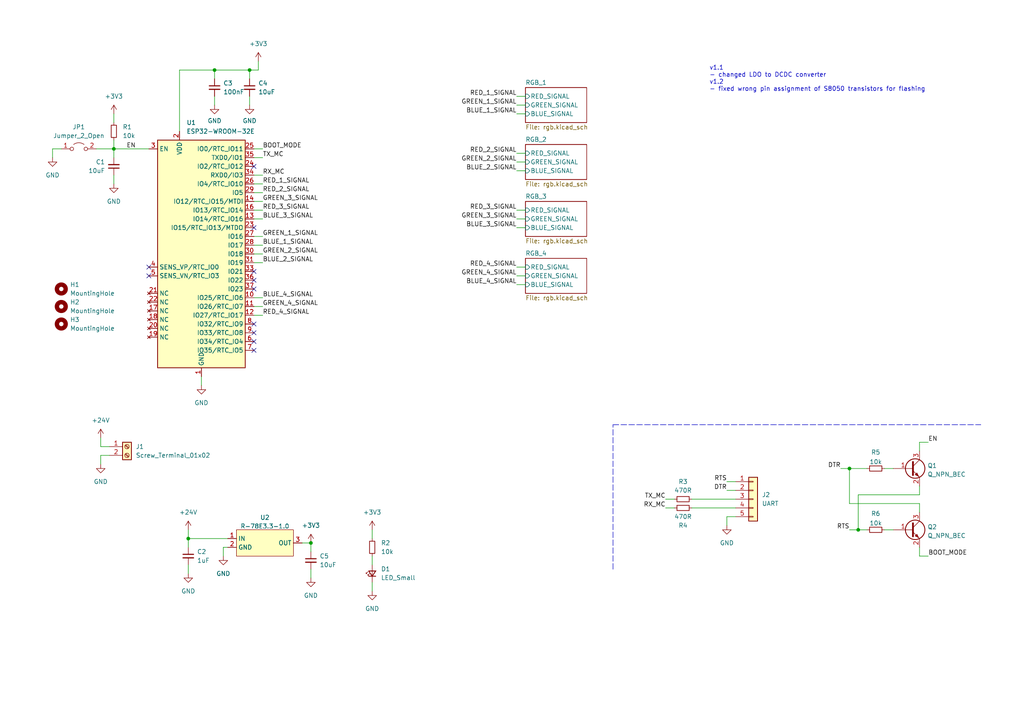
<source format=kicad_sch>
(kicad_sch (version 20211123) (generator eeschema)
  (paper "A4")
  (lib_symbols
    (symbol "Connector:Screw_Terminal_01x02" (pin_names (offset 1.016) hide)
      (property "Reference" "J" (at 0 2.54 0))
      (property "Value" "Screw_Terminal_01x02" (at 0 -5.08 0))
      (symbol "Screw_Terminal_01x02_1_1"
        (rectangle (start -1.27 1.27) (end 1.27 -3.81) (stroke (width 0.254)) (fill (type background)))
        (circle (center 0 -2.54) (radius 0.635) (stroke (width 0.1524)))
        (polyline (pts (xy -0.5334 -2.2098) (xy 0.3302 -3.048)) (stroke (width 0.1524)))
        (polyline (pts (xy -0.5334 0.3302) (xy 0.3302 -0.508)) (stroke (width 0.1524)))
        (polyline (pts (xy -0.3556 -2.032) (xy 0.508 -2.8702)) (stroke (width 0.1524)))
        (polyline (pts (xy -0.3556 0.508) (xy 0.508 -0.3302)) (stroke (width 0.1524)))
        (circle (center 0 0) (radius 0.635) (stroke (width 0.1524)))
        (pin passive line (at -5.08 0 0) (length 3.81) (name "Pin_1") (number "1"))
        (pin passive line (at -5.08 -2.54 0) (length 3.81) (name "Pin_2") (number "2"))
      )
    )
    (symbol "Connector_Generic:Conn_01x05" (pin_names (offset 1.016) hide)
      (property "Reference" "J" (at 0 7.62 0))
      (property "Value" "Conn_01x05" (at 0 -7.62 0))
      (symbol "Conn_01x05_1_1"
        (rectangle (start -1.27 -4.953) (end 0 -5.207) (stroke (width 0.1524)))
        (rectangle (start -1.27 -2.413) (end 0 -2.667) (stroke (width 0.1524)))
        (rectangle (start -1.27 0.127) (end 0 -0.127) (stroke (width 0.1524)))
        (rectangle (start -1.27 2.667) (end 0 2.413) (stroke (width 0.1524)))
        (rectangle (start -1.27 5.207) (end 0 4.953) (stroke (width 0.1524)))
        (rectangle (start -1.27 6.35) (end 1.27 -6.35) (stroke (width 0.254)) (fill (type background)))
        (pin passive line (at -5.08 5.08 0) (length 3.81) (name "Pin_1") (number "1"))
        (pin passive line (at -5.08 2.54 0) (length 3.81) (name "Pin_2") (number "2"))
        (pin passive line (at -5.08 0 0) (length 3.81) (name "Pin_3") (number "3"))
        (pin passive line (at -5.08 -2.54 0) (length 3.81) (name "Pin_4") (number "4"))
        (pin passive line (at -5.08 -5.08 0) (length 3.81) (name "Pin_5") (number "5"))
      )
    )
    (symbol "Device:C_Small" (pin_numbers hide) (pin_names (offset 0.254) hide)
      (property "Reference" "C" (at 0.254 1.778 0))
      (property "Value" "C_Small" (at 0.254 -2.032 0))
      (symbol "C_Small_0_1"
        (polyline (pts (xy -1.524 -0.508) (xy 1.524 -0.508)) (stroke (width 0.3302)))
        (polyline (pts (xy -1.524 0.508) (xy 1.524 0.508)) (stroke (width 0.3048)))
      )
      (symbol "C_Small_1_1"
        (pin passive line (at 0 2.54 270) (length 2.032) (name "~") (number "1"))
        (pin passive line (at 0 -2.54 90) (length 2.032) (name "~") (number "2"))
      )
    )
    (symbol "Device:LED_Small" (pin_numbers hide) (pin_names (offset 0.254) hide)
      (property "Reference" "D" (at -1.27 3.175 0))
      (property "Value" "LED_Small" (at -4.445 -2.54 0))
      (symbol "LED_Small_0_1"
        (polyline (pts (xy -0.762 -1.016) (xy -0.762 1.016)) (stroke (width 0.254)))
        (polyline (pts (xy 1.016 0) (xy -0.762 0)))
        (polyline (pts (xy 0.762 -1.016) (xy -0.762 0) (xy 0.762 1.016) (xy 0.762 -1.016)) (stroke (width 0.254)))
        (polyline (pts (xy 0 0.762) (xy -0.508 1.27) (xy -0.254 1.27) (xy -0.508 1.27) (xy -0.508 1.016)))
        (polyline (pts (xy 0.508 1.27) (xy 0 1.778) (xy 0.254 1.778) (xy 0 1.778) (xy 0 1.524)))
      )
      (symbol "LED_Small_1_1"
        (pin passive line (at -2.54 0 0) (length 1.778) (name "K") (number "1"))
        (pin passive line (at 2.54 0 180) (length 1.778) (name "A") (number "2"))
      )
    )
    (symbol "Device:Q_NPN_BEC" (pin_names (offset 0) hide)
      (property "Reference" "Q" (at 5.08 1.27 0))
      (property "Value" "Q_NPN_BEC" (at 5.08 -1.27 0))
      (symbol "Q_NPN_BEC_0_1"
        (polyline (pts (xy 0.635 0.635) (xy 2.54 2.54)))
        (polyline (pts (xy 0.635 -0.635) (xy 2.54 -2.54) (xy 2.54 -2.54)))
        (polyline (pts (xy 0.635 1.905) (xy 0.635 -1.905) (xy 0.635 -1.905)) (stroke (width 0.508)))
        (polyline (pts (xy 1.27 -1.778) (xy 1.778 -1.27) (xy 2.286 -2.286) (xy 1.27 -1.778) (xy 1.27 -1.778)) (fill (type outline)))
        (circle (center 1.27 0) (radius 2.8194) (stroke (width 0.254)))
      )
      (symbol "Q_NPN_BEC_1_1"
        (pin input line (at -5.08 0 0) (length 5.715) (name "B") (number "1"))
        (pin passive line (at 2.54 -5.08 90) (length 2.54) (name "E") (number "2"))
        (pin passive line (at 2.54 5.08 270) (length 2.54) (name "C") (number "3"))
      )
    )
    (symbol "Device:R_Small" (pin_numbers hide) (pin_names (offset 0.254) hide)
      (property "Reference" "R" (at 0.762 0.508 0))
      (property "Value" "R_Small" (at 0.762 -1.016 0))
      (symbol "R_Small_0_1"
        (rectangle (start -0.762 1.778) (end 0.762 -1.778) (stroke (width 0.2032)))
      )
      (symbol "R_Small_1_1"
        (pin passive line (at 0 2.54 270) (length 0.762) (name "~") (number "1"))
        (pin passive line (at 0 -2.54 90) (length 0.762) (name "~") (number "2"))
      )
    )
    (symbol "Jumper:Jumper_2_Open" (pin_names (offset 0) hide)
      (property "Reference" "JP" (at 0 2.794 0))
      (property "Value" "Jumper_2_Open" (at 0 -2.286 0))
      (symbol "Jumper_2_Open_0_0"
        (circle (center -2.032 0) (radius 0.508))
        (circle (center 2.032 0) (radius 0.508))
      )
      (symbol "Jumper_2_Open_0_1"
        (arc (start 1.524 1.27) (mid 0 1.778) (end -1.524 1.27))
      )
      (symbol "Jumper_2_Open_1_1"
        (pin passive line (at -5.08 0 0) (length 2.54) (name "A") (number "1"))
        (pin passive line (at 5.08 0 180) (length 2.54) (name "B") (number "2"))
      )
    )
    (symbol "Mechanical:MountingHole" (pin_names (offset 1.016))
      (property "Reference" "H" (at 0 5.08 0))
      (property "Value" "MountingHole" (at 0 3.175 0))
      (symbol "MountingHole_0_1"
        (circle (center 0 0) (radius 1.27) (stroke (width 1.27)))
      )
    )
    (symbol "custom:ESP32-WROOM-32E"
      (property "Reference" "U" (at -12.7 34.29 0))
      (property "Value" "ESP32-WROOM-32E" (at 1.27 34.29 0))
      (symbol "ESP32-WROOM-32E_0_1"
        (rectangle (start -12.7 33.02) (end 12.7 -33.02) (stroke (width 0.254)) (fill (type background)))
      )
      (symbol "ESP32-WROOM-32E_1_1"
        (pin power_in line (at 0 -35.56 90) (length 2.54) (name "GND") (number "1"))
        (pin bidirectional line (at 15.24 -12.7 180) (length 2.54) (name "IO25/RTC_IO6") (number "10"))
        (pin bidirectional line (at 15.24 -15.24 180) (length 2.54) (name "IO26/RTC_IO7") (number "11"))
        (pin bidirectional line (at 15.24 -17.78 180) (length 2.54) (name "IO27/RTC_IO17") (number "12"))
        (pin bidirectional line (at 15.24 10.16 180) (length 2.54) (name "IO14/RTC_IO16") (number "13"))
        (pin bidirectional line (at 15.24 15.24 180) (length 2.54) (name "IO12/RTC_IO15/MTDI") (number "14"))
        (pin passive line (at 0 -35.56 90) (length 2.54) hide (name "GND") (number "15"))
        (pin bidirectional line (at 15.24 12.7 180) (length 2.54) (name "IO13/RTC_IO14") (number "16"))
        (pin no_connect line (at -15.24 -16.51 0) (length 2.54) (name "NC") (number "17"))
        (pin no_connect line (at -15.24 -19.05 0) (length 2.54) (name "NC") (number "18"))
        (pin no_connect line (at -15.24 -24.13 0) (length 2.54) (name "NC") (number "19"))
        (pin power_in line (at -6.35 35.56 270) (length 2.54) (name "VDD") (number "2"))
        (pin no_connect line (at -15.24 -21.59 0) (length 2.54) (name "NC") (number "20"))
        (pin no_connect line (at -15.24 -11.43 0) (length 2.54) (name "NC") (number "21"))
        (pin no_connect line (at -15.24 -13.97 0) (length 2.54) (name "NC") (number "22"))
        (pin bidirectional line (at 15.24 7.62 180) (length 2.54) (name "IO15/RTC_IO13/MTDO") (number "23"))
        (pin bidirectional line (at 15.24 25.4 180) (length 2.54) (name "IO2/RTC_IO12") (number "24"))
        (pin bidirectional line (at 15.24 30.48 180) (length 2.54) (name "IO0/RTC_IO11") (number "25"))
        (pin bidirectional line (at 15.24 20.32 180) (length 2.54) (name "IO4/RTC_IO10") (number "26"))
        (pin bidirectional line (at 15.24 5.08 180) (length 2.54) (name "IO16") (number "27"))
        (pin bidirectional line (at 15.24 2.54 180) (length 2.54) (name "IO17") (number "28"))
        (pin bidirectional line (at 15.24 17.78 180) (length 2.54) (name "IO5") (number "29"))
        (pin input line (at -15.24 30.48 0) (length 2.54) (name "EN") (number "3"))
        (pin bidirectional line (at 15.24 0 180) (length 2.54) (name "IO18") (number "30"))
        (pin bidirectional line (at 15.24 -2.54 180) (length 2.54) (name "IO19") (number "31"))
        (pin no_connect line (at -12.7 -27.94 0) (length 2.54) hide (name "NC") (number "32"))
        (pin bidirectional line (at 15.24 -5.08 180) (length 2.54) (name "IO21") (number "33"))
        (pin bidirectional line (at 15.24 22.86 180) (length 2.54) (name "RXD0/IO3") (number "34"))
        (pin bidirectional line (at 15.24 27.94 180) (length 2.54) (name "TXD0/IO1") (number "35"))
        (pin bidirectional line (at 15.24 -7.62 180) (length 2.54) (name "IO22") (number "36"))
        (pin bidirectional line (at 15.24 -10.16 180) (length 2.54) (name "IO23") (number "37"))
        (pin passive line (at 0 -35.56 90) (length 2.54) hide (name "GND") (number "38"))
        (pin passive line (at 0 -35.56 90) (length 2.54) hide (name "GND") (number "39"))
        (pin input line (at -15.24 -3.81 0) (length 2.54) (name "SENS_VP/RTC_IO0") (number "4"))
        (pin input line (at -15.24 -6.35 0) (length 2.54) (name "SENS_VN/RTC_IO3") (number "5"))
        (pin input line (at 15.24 -25.4 180) (length 2.54) (name "IO34/RTC_IO4") (number "6"))
        (pin input line (at 15.24 -27.94 180) (length 2.54) (name "IO35/RTC_IO5") (number "7"))
        (pin bidirectional line (at 15.24 -20.32 180) (length 2.54) (name "IO32/RTC_IO9") (number "8"))
        (pin bidirectional line (at 15.24 -22.86 180) (length 2.54) (name "IO33/RTC_IO8") (number "9"))
      )
    )
    (symbol "custom:TPS7B88"
      (property "Reference" "U" (at -7.62 2.54 0))
      (property "Value" "TPS7B88" (at -3.81 -6.35 0))
      (symbol "TPS7B88_0_1"
        (rectangle (start -8.89 2.54) (end 7.62 -5.08) (fill (type background)))
      )
      (symbol "TPS7B88_1_1"
        (pin input line (at -11.43 0 0) (length 2.54) (name "IN") (number "1"))
        (pin input line (at -11.43 -2.54 0) (length 2.54) (name "GND") (number "2"))
        (pin output line (at 10.16 -1.27 180) (length 2.54) (name "OUT") (number "3"))
      )
    )
    (symbol "power:+24V" (power) (pin_names (offset 0))
      (property "Value" "+24V" (at 0 3.556 0))
      (symbol "+24V_0_1"
        (polyline (pts (xy -0.762 1.27) (xy 0 2.54)))
        (polyline (pts (xy 0 0) (xy 0 2.54)))
        (polyline (pts (xy 0 2.54) (xy 0.762 1.27)))
      )
      (symbol "+24V_1_1"
        (pin power_in line (at 0 0 90) (length 0) hide (name "+24V") (number "1"))
      )
    )
    (symbol "power:+3V3" (power) (pin_names (offset 0))
      (property "Value" "+3V3" (at 0 3.556 0))
      (symbol "+3V3_0_1"
        (polyline (pts (xy -0.762 1.27) (xy 0 2.54)))
        (polyline (pts (xy 0 0) (xy 0 2.54)))
        (polyline (pts (xy 0 2.54) (xy 0.762 1.27)))
      )
      (symbol "+3V3_1_1"
        (pin power_in line (at 0 0 90) (length 0) hide (name "+3V3") (number "1"))
      )
    )
    (symbol "power:GND" (power) (pin_names (offset 0))
      (property "Value" "GND" (at 0 -3.81 0))
      (symbol "GND_0_1"
        (polyline (pts (xy 0 0) (xy 0 -1.27) (xy 1.27 -1.27) (xy 0 -2.54) (xy -1.27 -1.27) (xy 0 -1.27)))
      )
      (symbol "GND_1_1"
        (pin power_in line (at 0 0 270) (length 0) hide (name "GND") (number "1"))
      )
    )
  )
  (junction (at 246.38 135.89))
  (junction (at 72.39 20.32))
  (junction (at 33.02 43.18))
  (junction (at 62.23 20.32))
  (junction (at 54.61 156.21))
  (junction (at 248.92 153.67))
  (junction (at 90.17 157.48))
  (no_connect (at 73.66 66.04))
  (no_connect (at 73.66 78.74))
  (no_connect (at 73.66 48.26))
  (no_connect (at 73.66 93.98))
  (no_connect (at 73.66 96.52))
  (no_connect (at 73.66 99.06))
  (no_connect (at 73.66 101.6))
  (no_connect (at 43.18 77.47))
  (no_connect (at 43.18 80.01))
  (no_connect (at 73.66 81.28))
  (no_connect (at 73.66 83.82))
  (wire (pts (xy 256.54 153.67) (xy 259.08 153.67)))
  (wire (pts (xy 200.66 144.78) (xy 213.36 144.78)))
  (wire (pts (xy 73.66 71.12) (xy 76.2 71.12)))
  (wire (pts (xy 29.21 132.08) (xy 31.75 132.08)))
  (wire (pts (xy 33.02 43.18) (xy 33.02 45.72)))
  (wire (pts (xy 248.92 143.51) (xy 248.92 153.67)))
  (wire (pts (xy 33.02 50.8) (xy 33.02 53.34)))
  (wire (pts (xy 29.21 134.62) (xy 29.21 132.08)))
  (wire (pts (xy 54.61 163.83) (xy 54.61 166.37)))
  (wire (pts (xy 43.18 43.18) (xy 33.02 43.18)))
  (wire (pts (xy 149.86 27.94) (xy 152.4 27.94)))
  (wire (pts (xy 149.86 46.99) (xy 152.4 46.99)))
  (wire (pts (xy 246.38 146.05) (xy 246.38 135.89)))
  (wire (pts (xy 29.21 129.54) (xy 31.75 129.54)))
  (wire (pts (xy 73.66 60.96) (xy 76.2 60.96)))
  (wire (pts (xy 29.21 127) (xy 29.21 129.54)))
  (wire (pts (xy 210.82 142.24) (xy 213.36 142.24)))
  (wire (pts (xy 52.07 38.1) (xy 52.07 20.32)))
  (wire (pts (xy 58.42 109.22) (xy 58.42 111.76)))
  (wire (pts (xy 266.7 128.27) (xy 269.24 128.27)))
  (wire (pts (xy 62.23 27.94) (xy 62.23 30.48)))
  (wire (pts (xy 107.95 161.29) (xy 107.95 163.83)))
  (wire (pts (xy 33.02 33.02) (xy 33.02 35.56)))
  (wire (pts (xy 72.39 27.94) (xy 72.39 30.48)))
  (wire (pts (xy 64.77 158.75) (xy 64.77 161.29)))
  (wire (pts (xy 73.66 63.5) (xy 76.2 63.5)))
  (wire (pts (xy 54.61 153.67) (xy 54.61 156.21)))
  (wire (pts (xy 193.04 147.32) (xy 195.58 147.32)))
  (wire (pts (xy 193.04 144.78) (xy 195.58 144.78)))
  (wire (pts (xy 73.66 53.34) (xy 76.2 53.34)))
  (wire (pts (xy 149.86 66.04) (xy 152.4 66.04)))
  (wire (pts (xy 73.66 88.9) (xy 76.2 88.9)))
  (wire (pts (xy 33.02 43.18) (xy 33.02 40.64)))
  (wire (pts (xy 73.66 68.58) (xy 76.2 68.58)))
  (wire (pts (xy 266.7 130.81) (xy 266.7 128.27)))
  (wire (pts (xy 73.66 55.88) (xy 76.2 55.88)))
  (wire (pts (xy 266.7 146.05) (xy 246.38 146.05)))
  (polyline (pts (xy 177.8 123.19) (xy 284.48 123.19)))
  (wire (pts (xy 248.92 153.67) (xy 251.46 153.67)))
  (wire (pts (xy 266.7 161.29) (xy 269.24 161.29)))
  (wire (pts (xy 243.84 135.89) (xy 246.38 135.89)))
  (wire (pts (xy 90.17 165.1) (xy 90.17 167.64)))
  (wire (pts (xy 73.66 45.72) (xy 76.2 45.72)))
  (wire (pts (xy 149.86 30.48) (xy 152.4 30.48)))
  (wire (pts (xy 73.66 43.18) (xy 76.2 43.18)))
  (wire (pts (xy 266.7 140.97) (xy 266.7 143.51)))
  (wire (pts (xy 210.82 152.4) (xy 210.82 149.86)))
  (wire (pts (xy 62.23 22.86) (xy 62.23 20.32)))
  (wire (pts (xy 246.38 153.67) (xy 248.92 153.67)))
  (wire (pts (xy 17.78 43.18) (xy 15.24 43.18)))
  (wire (pts (xy 73.66 76.2) (xy 76.2 76.2)))
  (wire (pts (xy 149.86 49.53) (xy 152.4 49.53)))
  (wire (pts (xy 66.04 158.75) (xy 64.77 158.75)))
  (wire (pts (xy 149.86 77.47) (xy 152.4 77.47)))
  (wire (pts (xy 210.82 139.7) (xy 213.36 139.7)))
  (wire (pts (xy 200.66 147.32) (xy 213.36 147.32)))
  (wire (pts (xy 74.93 17.78) (xy 74.93 20.32)))
  (wire (pts (xy 90.17 157.48) (xy 90.17 160.02)))
  (wire (pts (xy 149.86 44.45) (xy 152.4 44.45)))
  (wire (pts (xy 149.86 33.02) (xy 152.4 33.02)))
  (wire (pts (xy 256.54 135.89) (xy 259.08 135.89)))
  (wire (pts (xy 73.66 86.36) (xy 76.2 86.36)))
  (wire (pts (xy 246.38 135.89) (xy 251.46 135.89)))
  (wire (pts (xy 73.66 58.42) (xy 76.2 58.42)))
  (wire (pts (xy 72.39 22.86) (xy 72.39 20.32)))
  (wire (pts (xy 27.94 43.18) (xy 33.02 43.18)))
  (wire (pts (xy 66.04 156.21) (xy 54.61 156.21)))
  (wire (pts (xy 107.95 153.67) (xy 107.95 156.21)))
  (wire (pts (xy 266.7 158.75) (xy 266.7 161.29)))
  (wire (pts (xy 149.86 80.01) (xy 152.4 80.01)))
  (wire (pts (xy 149.86 60.96) (xy 152.4 60.96)))
  (wire (pts (xy 72.39 20.32) (xy 74.93 20.32)))
  (wire (pts (xy 266.7 148.59) (xy 266.7 146.05)))
  (wire (pts (xy 73.66 73.66) (xy 76.2 73.66)))
  (wire (pts (xy 210.82 149.86) (xy 213.36 149.86)))
  (wire (pts (xy 87.63 157.48) (xy 90.17 157.48)))
  (wire (pts (xy 266.7 143.51) (xy 248.92 143.51)))
  (wire (pts (xy 54.61 156.21) (xy 54.61 158.75)))
  (polyline (pts (xy 177.8 165.1) (xy 177.8 123.19)))
  (wire (pts (xy 62.23 20.32) (xy 72.39 20.32)))
  (wire (pts (xy 73.66 91.44) (xy 76.2 91.44)))
  (wire (pts (xy 73.66 50.8) (xy 76.2 50.8)))
  (wire (pts (xy 15.24 43.18) (xy 15.24 45.72)))
  (wire (pts (xy 52.07 20.32) (xy 62.23 20.32)))
  (wire (pts (xy 107.95 168.91) (xy 107.95 171.45)))
  (wire (pts (xy 149.86 82.55) (xy 152.4 82.55)))
  (wire (pts (xy 149.86 63.5) (xy 152.4 63.5)))
  (text "v1.1\n- changed LDO to DCDC converter\nv1.2\n- fixed wrong pin assignment of S8050 transistors for flashing" (at 205.74 26.67 0) (effects (font (size 1.27 1.27)) (justify left bottom)))
  (label "GREEN_1_SIGNAL" (at 149.86 30.48 180))
  (label "EN" (at 269.24 128.27 0))
  (label "GREEN_4_SIGNAL" (at 149.86 80.01 180))
  (label "RED_2_SIGNAL" (at 149.86 44.45 180))
  (label "BOOT_MODE" (at 76.2 43.18 0))
  (label "RED_3_SIGNAL" (at 149.86 60.96 180))
  (label "RTS" (at 246.38 153.67 180))
  (label "GREEN_3_SIGNAL" (at 149.86 63.5 180))
  (label "BOOT_MODE" (at 269.24 161.29 0))
  (label "RED_1_SIGNAL" (at 149.86 27.94 180))
  (label "RTS" (at 210.82 139.7 180))
  (label "GREEN_4_SIGNAL" (at 76.2 88.9 0))
  (label "GREEN_2_SIGNAL" (at 149.86 46.99 180))
  (label "BLUE_1_SIGNAL" (at 149.86 33.02 180))
  (label "TX_MC" (at 76.2 45.72 0))
  (label "RED_4_SIGNAL" (at 149.86 77.47 180))
  (label "BLUE_1_SIGNAL" (at 76.2 71.12 0))
  (label "BLUE_3_SIGNAL" (at 76.2 63.5 0))
  (label "RX_MC" (at 76.2 50.8 0))
  (label "DTR" (at 210.82 142.24 180))
  (label "RED_3_SIGNAL" (at 76.2 60.96 0))
  (label "GREEN_3_SIGNAL" (at 76.2 58.42 0))
  (label "DTR" (at 243.84 135.89 180))
  (label "BLUE_3_SIGNAL" (at 149.86 66.04 180))
  (label "BLUE_4_SIGNAL" (at 76.2 86.36 0))
  (label "RED_2_SIGNAL" (at 76.2 55.88 0))
  (label "TX_MC" (at 193.04 144.78 180))
  (label "BLUE_2_SIGNAL" (at 76.2 76.2 0))
  (label "BLUE_2_SIGNAL" (at 149.86 49.53 180))
  (label "GREEN_1_SIGNAL" (at 76.2 68.58 0))
  (label "RED_1_SIGNAL" (at 76.2 53.34 0))
  (label "EN" (at 39.37 43.18 180))
  (label "BLUE_4_SIGNAL" (at 149.86 82.55 180))
  (label "GREEN_2_SIGNAL" (at 76.2 73.66 0))
  (label "RED_4_SIGNAL" (at 76.2 91.44 0))
  (label "RX_MC" (at 193.04 147.32 180))
  (symbol (lib_id "Device:Q_NPN_BEC") (at 264.16 153.67 0) (unit 1)
    (property "Reference" "Q2" (at 269.0114 152.8353 0) (effects (justify left)))
    (property "Value" "Q_NPN_BEC" (at 269.0114 155.3722 0) (effects (justify left)))
    (property "Footprint" "Package_TO_SOT_SMD:SOT-23" (effects hide))
  )
  (symbol (lib_id "Device:R_Small") (at 33.02 38.1 0) (unit 1)
    (property "Reference" "R1" (at 35.56 36.8299 0) (effects (justify left)))
    (property "Value" "10k" (at 35.56 39.3699 0) (effects (justify left)))
    (property "Footprint" "Resistor_SMD:R_0603_1608Metric" (effects hide))
  )
  (symbol (lib_id "power:GND") (at 107.95 171.45 0) (unit 1)
    (property "Reference" "#PWR0116" (effects hide))
    (property "Value" "GND" (at 107.95 176.53 0))
  )
  (symbol (lib_id "power:+3V3") (at 74.93 17.78 0) (unit 1)
    (property "Reference" "#PWR0107" (effects hide))
    (property "Value" "+3V3" (at 74.93 12.7 0))
  )
  (symbol (lib_id "Device:R_Small") (at 107.95 158.75 180) (unit 1)
    (property "Reference" "R2" (at 110.49 157.4799 0) (effects (justify right)))
    (property "Value" "10k" (at 110.49 160.0199 0) (effects (justify right)))
    (property "Footprint" "Resistor_SMD:R_0603_1608Metric" (effects hide))
  )
  (symbol (lib_id "Device:C_Small") (at 54.61 161.29 0) (unit 1)
    (property "Reference" "C2" (at 57.15 160.0262 0) (effects (justify left)))
    (property "Value" "1uF" (at 57.15 162.5662 0) (effects (justify left)))
    (property "Footprint" "Capacitor_SMD:C_0805_2012Metric" (effects hide))
    (property "MPN" "UMF212B7105KGHT" (effects hide))
  )
  (symbol (lib_id "Device:Q_NPN_BEC") (at 264.16 135.89 0) (unit 1)
    (property "Reference" "Q1" (at 269.0114 135.0553 0) (effects (justify left)))
    (property "Value" "Q_NPN_BEC" (at 269.0114 137.5922 0) (effects (justify left)))
    (property "Footprint" "Package_TO_SOT_SMD:SOT-23" (effects hide))
  )
  (symbol (lib_id "power:GND") (at 90.17 167.64 0) (unit 1)
    (property "Reference" "#PWR0114" (effects hide))
    (property "Value" "GND" (at 90.17 172.72 0))
  )
  (symbol (lib_id "Device:C_Small") (at 33.02 48.26 0) (mirror x) (unit 1)
    (property "Reference" "C1" (at 30.48 46.9835 0) (effects (justify right)))
    (property "Value" "10uF" (at 30.48 49.5235 0) (effects (justify right)))
    (property "Footprint" "Capacitor_SMD:C_0805_2012Metric" (effects hide))
  )
  (symbol (lib_id "Mechanical:MountingHole") (at 17.78 88.9 0) (unit 1)
    (property "Reference" "H2" (at 20.32 87.6299 0) (effects (justify left)))
    (property "Value" "MountingHole" (at 20.32 90.1699 0) (effects (justify left)))
    (property "Footprint" "custom:MountingHole_3.2mm_M3_ISO7380" (effects hide))
  )
  (symbol (lib_id "Connector_Generic:Conn_01x05") (at 218.44 144.78 0) (unit 1)
    (property "Reference" "J2" (at 220.98 143.5099 0) (effects (justify left)))
    (property "Value" "UART" (at 220.98 146.0499 0) (effects (justify left)))
    (property "Footprint" "Connector_PinHeader_2.54mm:PinHeader_1x05_P2.54mm_Vertical" (effects hide))
  )
  (symbol (lib_id "custom:TPS7B88") (at 77.47 156.21 0) (unit 1)
    (property "Reference" "U2" (at 76.835 150.0972 0))
    (property "Value" "R-78E3.3-1.0" (at 76.835 152.6341 0))
    (property "Footprint" "Package_SIP:SIP3_11.6x8.5mm" (effects hide))
    (property "MPN" "TPS7B8833QKVURQ1" (effects hide))
  )
  (symbol (lib_id "Device:R_Small") (at 254 153.67 90) (unit 1)
    (property "Reference" "R6" (at 254 148.9669 90))
    (property "Value" "10k" (at 254 151.742 90))
    (property "Footprint" "Resistor_SMD:R_0603_1608Metric" (effects hide))
  )
  (symbol (lib_id "power:+24V") (at 54.61 153.67 0) (unit 1)
    (property "Reference" "#PWR0108" (effects hide))
    (property "Value" "+24V" (at 54.61 148.59 0))
  )
  (symbol (lib_id "power:GND") (at 29.21 134.62 0) (unit 1)
    (property "Reference" "#PWR0110" (effects hide))
    (property "Value" "GND" (at 29.21 139.7 0))
  )
  (symbol (lib_id "power:GND") (at 64.77 161.29 0) (unit 1)
    (property "Reference" "#PWR0111" (effects hide))
    (property "Value" "GND" (at 64.77 166.37 0))
  )
  (symbol (lib_id "Device:R_Small") (at 254 135.89 90) (unit 1)
    (property "Reference" "R5" (at 254 131.1869 90))
    (property "Value" "10k" (at 254 133.962 90))
    (property "Footprint" "Resistor_SMD:R_0603_1608Metric" (effects hide))
  )
  (symbol (lib_id "Jumper:Jumper_2_Open") (at 22.86 43.18 0) (unit 1)
    (property "Reference" "JP1" (at 22.86 36.83 0))
    (property "Value" "Jumper_2_Open" (at 22.86 39.37 0))
    (property "Footprint" "Connector_PinHeader_2.54mm:PinHeader_1x02_P2.54mm_Vertical" (effects hide))
  )
  (symbol (lib_id "power:GND") (at 62.23 30.48 0) (unit 1)
    (property "Reference" "#PWR0104" (effects hide))
    (property "Value" "GND" (at 62.23 35.0425 0))
  )
  (symbol (lib_id "Device:C_Small") (at 72.39 25.4 0) (mirror y) (unit 1)
    (property "Reference" "C4" (at 74.93 24.1362 0) (effects (justify right)))
    (property "Value" "10uF" (at 74.93 26.6762 0) (effects (justify right)))
    (property "Footprint" "Capacitor_SMD:C_0805_2012Metric" (effects hide))
  )
  (symbol (lib_id "Connector:Screw_Terminal_01x02") (at 36.83 129.54 0) (unit 1)
    (property "Reference" "J1" (at 39.37 129.5399 0) (effects (justify left)))
    (property "Value" "Screw_Terminal_01x02" (at 39.37 132.0799 0) (effects (justify left)))
    (property "Footprint" "TerminalBlock_Phoenix:TerminalBlock_Phoenix_MKDS-1,5-2_1x02_P5.00mm_Horizontal" (effects hide))
    (property "MPN" "1935161" (effects hide))
  )
  (symbol (lib_id "power:GND") (at 33.02 53.34 0) (unit 1)
    (property "Reference" "#PWR0103" (effects hide))
    (property "Value" "GND" (at 33.02 58.42 0))
  )
  (symbol (lib_id "power:GND") (at 54.61 166.37 0) (unit 1)
    (property "Reference" "#PWR0109" (effects hide))
    (property "Value" "GND" (at 54.61 171.45 0))
  )
  (symbol (lib_id "Mechanical:MountingHole") (at 17.78 83.82 0) (unit 1)
    (property "Reference" "H1" (at 20.32 82.5499 0) (effects (justify left)))
    (property "Value" "MountingHole" (at 20.32 85.0899 0) (effects (justify left)))
    (property "Footprint" "custom:MountingHole_3.2mm_M3_ISO7380" (effects hide))
  )
  (symbol (lib_id "power:GND") (at 58.42 111.76 0) (unit 1)
    (property "Reference" "#PWR0112" (effects hide))
    (property "Value" "GND" (at 58.42 116.84 0))
  )
  (symbol (lib_id "power:+3V3") (at 107.95 153.67 0) (unit 1)
    (property "Reference" "#PWR0117" (effects hide))
    (property "Value" "+3V3" (at 107.95 148.59 0))
  )
  (symbol (lib_id "Device:C_Small") (at 90.17 162.56 0) (mirror y) (unit 1)
    (property "Reference" "C5" (at 92.71 161.2962 0) (effects (justify right)))
    (property "Value" "10uF" (at 92.71 163.8362 0) (effects (justify right)))
    (property "Footprint" "Capacitor_SMD:C_0805_2012Metric" (effects hide))
  )
  (symbol (lib_id "power:GND") (at 210.82 152.4 0) (unit 1)
    (property "Reference" "#PWR0106" (effects hide))
    (property "Value" "GND" (at 210.82 157.48 0))
  )
  (symbol (lib_id "Device:LED_Small") (at 107.95 166.37 90) (unit 1)
    (property "Reference" "D1" (at 110.49 165.0364 90) (effects (justify right)))
    (property "Value" "LED_Small" (at 110.49 167.5764 90) (effects (justify right)))
    (property "Footprint" "LED_SMD:LED_0603_1608Metric" (effects hide))
  )
  (symbol (lib_id "power:+24V") (at 29.21 127 0) (unit 1)
    (property "Reference" "#PWR0113" (effects hide))
    (property "Value" "+24V" (at 29.21 121.92 0))
  )
  (symbol (lib_id "Mechanical:MountingHole") (at 17.78 93.98 0) (unit 1)
    (property "Reference" "H3" (at 20.32 92.7099 0) (effects (justify left)))
    (property "Value" "MountingHole" (at 20.32 95.2499 0) (effects (justify left)))
    (property "Footprint" "custom:MountingHole_3.2mm_M3_ISO7380" (effects hide))
  )
  (symbol (lib_id "custom:ESP32-WROOM-32E") (at 58.42 73.66 0) (unit 1)
    (property "Reference" "U1" (at 54.0894 35.56 0) (effects (justify left)))
    (property "Value" "ESP32-WROOM-32E" (at 54.0894 38.1 0) (effects (justify left)))
    (property "Footprint" "Espressif:ESP32-WROOM-32E" (effects hide))
    (property "Datasheet" "https://www.espressif.com/sites/default/files/documentation/esp32-wroom-32_datasheet_en.pdf" (effects hide))
  )
  (symbol (lib_id "power:+3V3") (at 33.02 33.02 0) (unit 1)
    (property "Reference" "#PWR0101" (effects hide))
    (property "Value" "+3V3" (at 33.02 27.94 0))
  )
  (symbol (lib_id "Device:C_Small") (at 62.23 25.4 0) (mirror y) (unit 1)
    (property "Reference" "C3" (at 64.77 24.1362 0) (effects (justify right)))
    (property "Value" "100nF" (at 64.77 26.6762 0) (effects (justify right)))
    (property "Footprint" "Capacitor_SMD:C_0603_1608Metric" (effects hide))
  )
  (symbol (lib_id "power:GND") (at 72.39 30.48 0) (unit 1)
    (property "Reference" "#PWR0105" (effects hide))
    (property "Value" "GND" (at 72.39 35.0425 0))
  )
  (symbol (lib_id "power:+3V3") (at 90.17 157.48 0) (unit 1)
    (property "Reference" "#PWR0115" (effects hide))
    (property "Value" "+3V3" (at 90.17 152.4 0))
  )
  (symbol (lib_id "power:GND") (at 15.24 45.72 0) (unit 1)
    (property "Reference" "#PWR0102" (effects hide))
    (property "Value" "GND" (at 15.24 50.8 0))
  )
  (symbol (lib_id "Device:R_Small") (at 198.12 144.78 90) (unit 1)
    (property "Reference" "R3" (at 198.12 139.7 90))
    (property "Value" "470R" (at 198.12 142.24 90))
    (property "Footprint" "Resistor_SMD:R_0603_1608Metric" (effects hide))
  )
  (symbol (lib_id "Device:R_Small") (at 198.12 147.32 90) (mirror x) (unit 1)
    (property "Reference" "R4" (at 198.12 152.4 90))
    (property "Value" "470R" (at 198.12 149.86 90))
    (property "Footprint" "Resistor_SMD:R_0603_1608Metric" (effects hide))
  )
  (sheet (at 152.4 25.4) (size 17.78 10.16) (stroke (width 0.1524))
    (property "Sheet name" "RGB_1" (at 152.4 24.6884 0) (effects (justify left bottom)))
    (property "Sheet file" "rgb.kicad_sch" (at 152.4 36.1446 0) (effects (justify left top)))
    (pin "RED_SIGNAL" input (at 152.4 27.94 180))
    (pin "GREEN_SIGNAL" input (at 152.4 30.48 180))
    (pin "BLUE_SIGNAL" input (at 152.4 33.02 180))
  )
  (sheet (at 152.4 74.93) (size 17.78 10.16) (stroke (width 0.1524))
    (property "Sheet name" "RGB_4" (at 152.4 74.2184 0) (effects (justify left bottom)))
    (property "Sheet file" "rgb.kicad_sch" (at 152.4 85.6746 0) (effects (justify left top)))
    (pin "RED_SIGNAL" input (at 152.4 77.47 180))
    (pin "GREEN_SIGNAL" input (at 152.4 80.01 180))
    (pin "BLUE_SIGNAL" input (at 152.4 82.55 180))
  )
  (sheet (at 152.4 58.42) (size 17.78 10.16) (stroke (width 0.1524))
    (property "Sheet name" "RGB_3" (at 152.4 57.7084 0) (effects (justify left bottom)))
    (property "Sheet file" "rgb.kicad_sch" (at 152.4 69.1646 0) (effects (justify left top)))
    (pin "RED_SIGNAL" input (at 152.4 60.96 180))
    (pin "GREEN_SIGNAL" input (at 152.4 63.5 180))
    (pin "BLUE_SIGNAL" input (at 152.4 66.04 180))
  )
  (sheet (at 152.4 41.91) (size 17.78 10.16) (stroke (width 0.1524))
    (property "Sheet name" "RGB_2" (at 152.4 41.1984 0) (effects (justify left bottom)))
    (property "Sheet file" "rgb.kicad_sch" (at 152.4 52.6546 0) (effects (justify left top)))
    (pin "RED_SIGNAL" input (at 152.4 44.45 180))
    (pin "GREEN_SIGNAL" input (at 152.4 46.99 180))
    (pin "BLUE_SIGNAL" input (at 152.4 49.53 180))
  )
)
</source>
